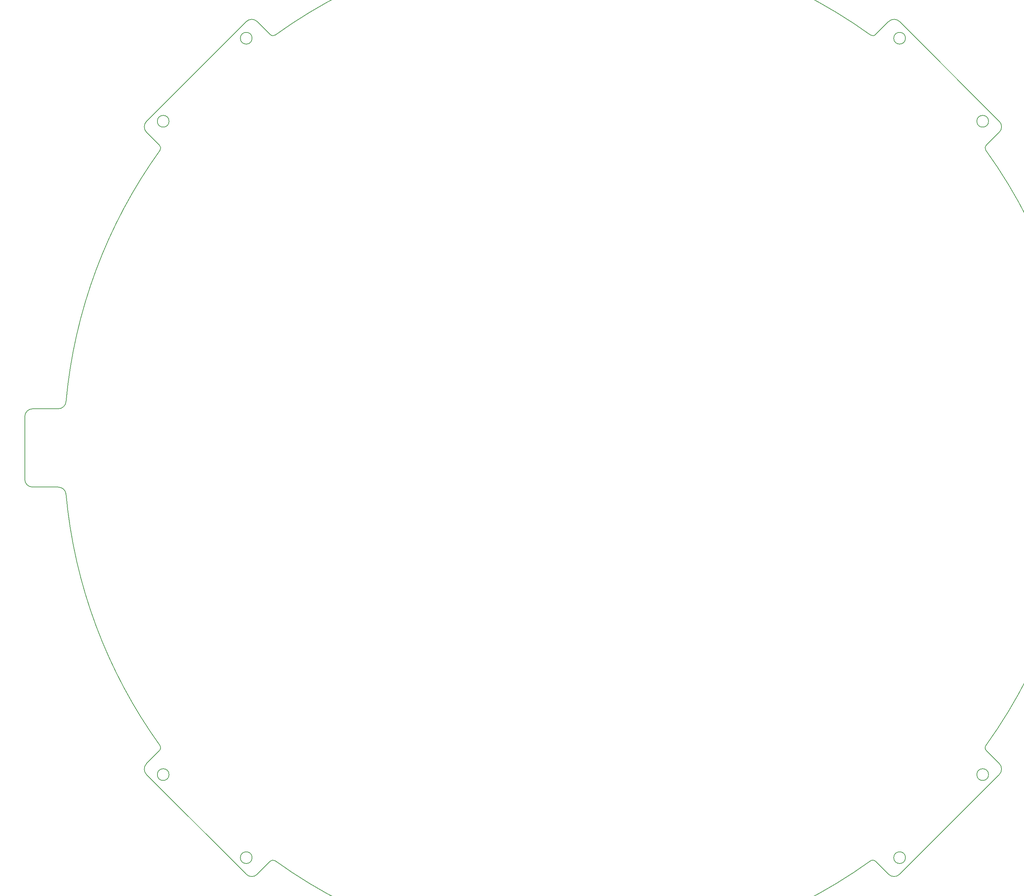
<source format=gbr>
G04 #@! TF.GenerationSoftware,KiCad,Pcbnew,(5.1.5)-3*
G04 #@! TF.CreationDate,2020-02-27T00:06:45+09:00*
G04 #@! TF.ProjectId,GradientCoil_XY,47726164-6965-46e7-9443-6f696c5f5859,rev?*
G04 #@! TF.SameCoordinates,Original*
G04 #@! TF.FileFunction,Profile,NP*
%FSLAX46Y46*%
G04 Gerber Fmt 4.6, Leading zero omitted, Abs format (unit mm)*
G04 Created by KiCad (PCBNEW (5.1.5)-3) date 2020-02-27 00:06:45*
%MOMM*%
%LPD*%
G04 APERTURE LIST*
%ADD10C,0.200000*%
G04 APERTURE END LIST*
D10*
X303590962Y-71850817D02*
G75*
G02X303590962Y-223849184I-105470962J-75999183D01*
G01*
X68658304Y-136031817D02*
G75*
G02X92649037Y-71850815I129461696J-11818183D01*
G01*
X60120000Y-157850000D02*
G75*
G02X58120000Y-155850000I0J2000000D01*
G01*
X274119183Y-253320964D02*
G75*
G02X122120815Y-253320962I-75999183J105470964D01*
G01*
X66666585Y-157850000D02*
G75*
G02X68658304Y-159668181I1J-2000000D01*
G01*
X122120816Y-42379037D02*
G75*
G02X274119184Y-42379037I75999184J-105470963D01*
G01*
X66666586Y-157850000D02*
X60120000Y-157850000D01*
X92649036Y-223849184D02*
G75*
G02X68658304Y-159668181I105470964J75999184D01*
G01*
X68658304Y-136031818D02*
G75*
G02X66666586Y-137850000I-1991718J181818D01*
G01*
X60120000Y-137850000D02*
X66666586Y-137850000D01*
X58120000Y-139850000D02*
G75*
G02X60120000Y-137850000I2000000J0D01*
G01*
X58120000Y-155850000D02*
X58120000Y-139850000D01*
X304271803Y-64411399D02*
G75*
G03X304271803Y-64411399I-1500000J0D01*
G01*
X275410899Y-42274828D02*
X278730173Y-38955555D01*
X275410901Y-42274828D02*
G75*
G02X274119184Y-42379037I-707108J707107D01*
G01*
X114681399Y-38955556D02*
G75*
G02X117509826Y-38955555I1414214J-1414213D01*
G01*
X120829098Y-253425171D02*
G75*
G02X122120815Y-253320962I707108J-707107D01*
G01*
X283058600Y-252501803D02*
G75*
G03X283058600Y-252501803I-1500000J0D01*
G01*
X281558600Y-256744443D02*
G75*
G02X278730173Y-256744444I-1414214J1414213D01*
G01*
X274119183Y-253320963D02*
G75*
G02X275410899Y-253425171I584610J-811315D01*
G01*
X89225556Y-231288600D02*
G75*
G02X89225555Y-228460173I1414213J1414214D01*
G01*
X89225555Y-64411399D02*
X114681399Y-38955555D01*
X92544828Y-70559100D02*
X89225555Y-67239826D01*
X89225555Y-67239827D02*
G75*
G02X89225555Y-64411399I1414214J1414214D01*
G01*
X303695171Y-225140901D02*
G75*
G02X303590962Y-223849184I707107J707108D01*
G01*
X116181399Y-252501803D02*
G75*
G03X116181399Y-252501803I-1500000J0D01*
G01*
X303590963Y-71850816D02*
G75*
G02X303695171Y-70559100I811315J584610D01*
G01*
X278730172Y-38955555D02*
G75*
G02X281558600Y-38955555I1414214J-1414214D01*
G01*
X278730173Y-256744444D02*
X275410899Y-253425171D01*
X281558600Y-38955555D02*
X307014444Y-64411399D01*
X122120816Y-42379036D02*
G75*
G02X120829100Y-42274828I-584610J811315D01*
G01*
X92649036Y-223849183D02*
G75*
G02X92544828Y-225140899I-811315J-584610D01*
G01*
X92544828Y-70559098D02*
G75*
G02X92649037Y-71850815I-707107J-707108D01*
G01*
X117509827Y-256744444D02*
G75*
G02X114681399Y-256744444I-1414214J1414214D01*
G01*
X283058600Y-43198196D02*
G75*
G03X283058600Y-43198196I-1500000J0D01*
G01*
X120829100Y-253425171D02*
X117509826Y-256744444D01*
X94968196Y-231288600D02*
G75*
G03X94968196Y-231288600I-1500000J0D01*
G01*
X307014444Y-67239826D02*
X303695171Y-70559100D01*
X307014443Y-64411399D02*
G75*
G02X307014444Y-67239826I-1414213J-1414214D01*
G01*
X307014444Y-231288600D02*
X281558600Y-256744444D01*
X117509826Y-38955555D02*
X120829100Y-42274828D01*
X114681399Y-256744444D02*
X89225555Y-231288600D01*
X304271803Y-231288600D02*
G75*
G03X304271803Y-231288600I-1500000J0D01*
G01*
X307014444Y-228460172D02*
G75*
G02X307014444Y-231288600I-1414214J-1414214D01*
G01*
X303695171Y-225140899D02*
X307014444Y-228460173D01*
X89225555Y-228460173D02*
X92544828Y-225140899D01*
X116181399Y-43198196D02*
G75*
G03X116181399Y-43198196I-1500000J0D01*
G01*
X94968196Y-64411399D02*
G75*
G03X94968196Y-64411399I-1500000J0D01*
G01*
M02*

</source>
